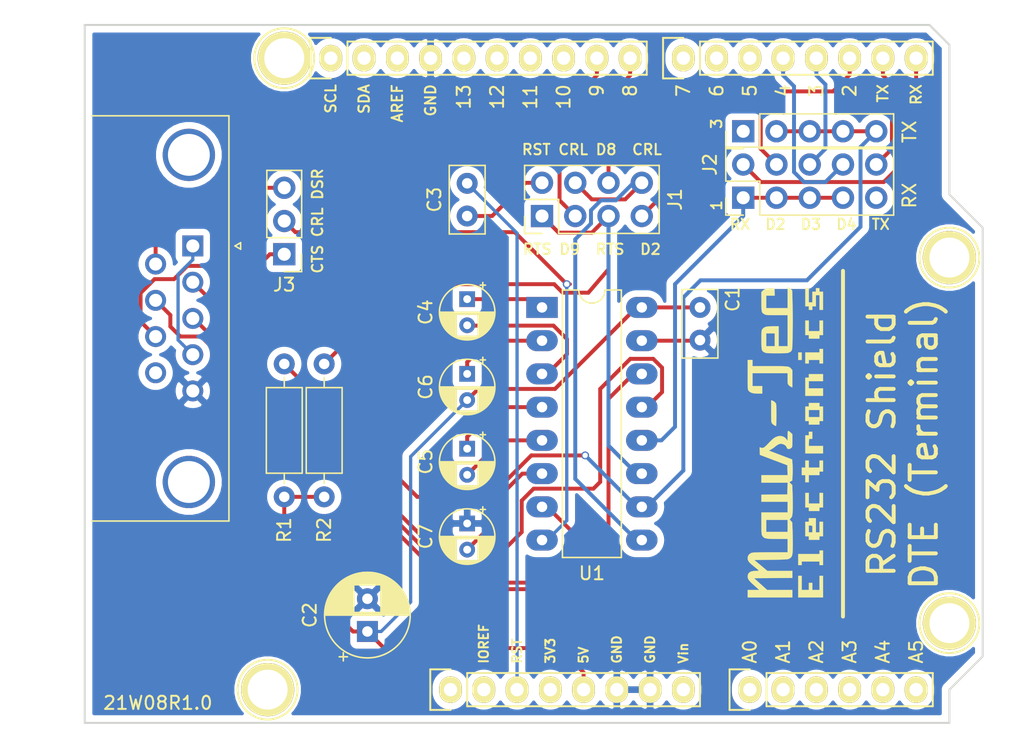
<source format=kicad_pcb>
(kicad_pcb (version 20171130) (host pcbnew "(5.1.4)-1")
  (title_block (date "lun. 30 mars 2015"))
  (layers (0 F.Cu signal) (31 B.Cu signal) (34 B.Paste user) (35 F.Paste user) (36 B.SilkS user) (37 F.SilkS user) (38 B.Mask user) (39 F.Mask user) (44 Edge.Cuts user))
  (net 0 "")
  (net 1 /IOREF)
  (net 2 +5V)
  (net 3 GND)
  (net 4 /Vin)
  (net 5 /A0)
  (net 6 /A1)
  (net 7 /A2)
  (net 8 /A3)
  (net 9 /AREF)
  (net 10 "/A4(SDA)")
  (net 11 "/A5(SCL)")
  (net 12 /7)
  (net 13 "/6(**)")
  (net 14 "/5(**)")
  (net 15 "Net-(P5-Pad1)")
  (net 16 "Net-(P7-Pad1)")
  (net 17 "/13(SCK)")
  (net 18 "/10(**/SS)")
  (net 19 "Net-(P1-Pad1)")
  (net 20 +3V3)
  (net 21 "/12(MISO)")
  (net 22 "/11(**/MOSI)")
  (net 23 RST)
  (net 24 "Net-(C3-Pad1)")
  (net 25 "Net-(C4-Pad2)")
  (net 26 "Net-(C4-Pad1)")
  (net 27 "Net-(C5-Pad2)")
  (net 28 "Net-(C5-Pad1)")
  (net 29 "Net-(C6-Pad1)")
  (net 30 "Net-(C7-Pad2)")
  (net 31 D2)
  (net 32 D9)
  (net 33 D8)
  (net 34 /DSR)
  (net 35 /CTS)
  (net 36 /TXD)
  (net 37 /RXD)
  (net 38 "Net-(J4-Pad1)")
  (net 39 TX)
  (net 40 RX)
  (net 41 /RTS)
  (net 42 "Net-(J4-Pad9)")
  (net 43 /UCTRL)
  (net 44 /URTS)
  (net 45 /CTRL)
  (net 46 "/A5(SCL)X")
  (net 47 "/A4(SDA)X")
  (net 48 URX)
  (net 49 D3)
  (net 50 D4)
  (net 51 "Net-(J2-Pad9)")
  (net 52 "Net-(J5-Pad1)")
  (net 53 UTX)
  (module Connector_PinHeader_2.54mm:PinHeader_2x05_P2.54mm_Vertical (layer F.Cu) (at 161.29 86.233 90)
    (fp_text reference J2 (at 2.54 -2.54 90) (layer F.SilkS))
    (fp_text value "RX Route")
    (pad 1 thru_hole rect (at 0 0 90) (size 1.7 1.7) (drill 1) (layers *.Cu *.Mask) (net 48 URX))
    (pad 2 thru_hole oval (at 2.54 0 90) (size 1.7 1.7) (drill 1) (layers *.Cu *.Mask) (net 40 RX))
    (pad 3 thru_hole oval (at 0 2.54 90) (size 1.7 1.7) (drill 1) (layers *.Cu *.Mask) (net 48 URX))
    (pad 4 thru_hole oval (at 2.54 2.54 90) (size 1.7 1.7) (drill 1) (layers *.Cu *.Mask) (net 31 D2))
    (pad 5 thru_hole oval (at 0 5.08 90) (size 1.7 1.7) (drill 1) (layers *.Cu *.Mask) (net 48 URX))
    (pad 6 thru_hole oval (at 2.54 5.08 90) (size 1.7 1.7) (drill 1) (layers *.Cu *.Mask) (net 49 D3))
    (pad 7 thru_hole oval (at 0 7.62 90) (size 1.7 1.7) (drill 1) (layers *.Cu *.Mask) (net 48 URX))
    (pad 8 thru_hole oval (at 2.54 7.62 90) (size 1.7 1.7) (drill 1) (layers *.Cu *.Mask) (net 50 D4))
    (pad 9 thru_hole oval (at 0 10.16 90) (size 1.7 1.7) (drill 1) (layers *.Cu *.Mask) (net 51 "Net-(J2-Pad9)"))
    (pad 10 thru_hole oval (at 2.54 10.16 90) (size 1.7 1.7) (drill 1) (layers *.Cu *.Mask) (net 39 TX))
  )
  (module Connector_PinHeader_2.54mm:PinHeader_1x05_P2.54mm_Vertical (layer F.Cu) (at 161.29 81.153 90)
    (fp_text reference J5 hide)
    (fp_text value "TX Route")
    (pad 1 thru_hole rect (at 0 0 90) (size 1.7 1.7) (drill 1) (layers *.Cu *.Mask) (net 52 "Net-(J5-Pad1)"))
    (pad 2 thru_hole oval (at 0 2.54 90) (size 1.7 1.7) (drill 1) (layers *.Cu *.Mask) (net 53 UTX))
    (pad 3 thru_hole oval (at 0 5.08 90) (size 1.7 1.7) (drill 1) (layers *.Cu *.Mask) (net 53 UTX))
    (pad 4 thru_hole oval (at 0 7.62 90) (size 1.7 1.7) (drill 1) (layers *.Cu *.Mask) (net 53 UTX))
    (pad 5 thru_hole oval (at 0 10.16 90) (size 1.7 1.7) (drill 1) (layers *.Cu *.Mask) (net 53 UTX))
  )
  (module Resistor_THT:R_Axial_DIN0207_L6.3mm_D2.5mm_P10.16mm_Horizontal (layer F.Cu) (at 126.238 109.093 90)
    (fp_text reference R1 (at -2.54 0 90) (layer F.SilkS))
    (fp_text value 10k)
    (pad 2 thru_hole oval (at 10.16 0 90) (size 1.6 1.6) (drill 0.8) (layers *.Cu *.Mask) (net 53 UTX))
    (pad 1 thru_hole circle (at 0 0 90) (size 1.6 1.6) (drill 0.8) (layers *.Cu *.Mask) (net 2 +5V))
  )
  (module Socket_Arduino_Uno:Arduino_1pin (layer F.Cu) (at 177.038 90.805)
    (fp_text reference P8 hide)
    (fp_text value CONN_01X01 hide)
    (pad 1 thru_hole circle (at 0 0) (size 4.064 4.064) (drill 3.048) (layers *.Cu *.Mask F.SilkS))
  )
  (module Socket_Arduino_Uno:Arduino_1pin (layer F.Cu) (at 177.038 118.745)
    (fp_text reference P6 hide)
    (fp_text value CONN_01X01 hide)
    (pad 1 thru_hole circle (at 0 0) (size 4.064 4.064) (drill 3.048) (layers *.Cu *.Mask F.SilkS))
  )
  (module Logos:MTLogo (layer F.Cu) (at 164.338 105.029 90)
    (fp_text reference G*** hide)
    (fp_text value LOGO hide)
  )
  (module Connector_PinHeader_2.54mm:PinHeader_2x04_P2.54mm_Vertical (layer F.Cu) (at 145.923 87.63 90)
    (fp_text reference J1 (at 1.27 10.16 90) (layer F.SilkS))
    (fp_text value "Ctrl Route")
    (pad 8 thru_hole oval (at 2.54 7.62 90) (size 1.7 1.7) (drill 1) (layers *.Cu *.Mask) (net 43 /UCTRL))
    (pad 7 thru_hole oval (at 0 7.62 90) (size 1.7 1.7) (drill 1) (layers *.Cu *.Mask) (net 31 D2))
    (pad 6 thru_hole oval (at 2.54 5.08 90) (size 1.7 1.7) (drill 1) (layers *.Cu *.Mask) (net 33 D8))
    (pad 5 thru_hole oval (at 0 5.08 90) (size 1.7 1.7) (drill 1) (layers *.Cu *.Mask) (net 44 /URTS))
    (pad 4 thru_hole oval (at 2.54 2.54 90) (size 1.7 1.7) (drill 1) (layers *.Cu *.Mask) (net 43 /UCTRL))
    (pad 3 thru_hole oval (at 0 2.54 90) (size 1.7 1.7) (drill 1) (layers *.Cu *.Mask) (net 32 D9))
    (pad 2 thru_hole oval (at 2.54 0 90) (size 1.7 1.7) (drill 1) (layers *.Cu *.Mask) (net 24 "Net-(C3-Pad1)"))
    (pad 1 thru_hole rect (at 0 0 90) (size 1.7 1.7) (drill 1) (layers *.Cu *.Mask) (net 44 /URTS))
  )
  (module Capacitor_THT:CP_Radial_D4.0mm_P2.00mm (layer F.Cu) (at 140.208 111.125 270)
    (fp_text reference C7 (at 1 3.175 90) (layer F.SilkS))
    (fp_text value 1u)
    (pad 2 thru_hole circle (at 2 0 270) (size 1.2 1.2) (drill 0.6) (layers *.Cu *.Mask) (net 30 "Net-(C7-Pad2)"))
    (pad 1 thru_hole rect (at 0 0 270) (size 1.2 1.2) (drill 0.6) (layers *.Cu *.Mask) (net 3 GND))
  )
  (module Capacitor_THT:CP_Radial_D4.0mm_P2.00mm (layer F.Cu) (at 140.208 99.695 270)
    (fp_text reference C6 (at 1 3.175 90) (layer F.SilkS))
    (fp_text value 1u)
    (pad 2 thru_hole circle (at 2 0 270) (size 1.2 1.2) (drill 0.6) (layers *.Cu *.Mask) (net 2 +5V))
    (pad 1 thru_hole rect (at 0 0 270) (size 1.2 1.2) (drill 0.6) (layers *.Cu *.Mask) (net 29 "Net-(C6-Pad1)"))
  )
  (module Capacitor_THT:CP_Radial_D4.0mm_P2.00mm (layer F.Cu) (at 140.208 105.41 270)
    (fp_text reference C5 (at 1 3.175 90) (layer F.SilkS))
    (fp_text value 1u)
    (pad 2 thru_hole circle (at 2 0 270) (size 1.2 1.2) (drill 0.6) (layers *.Cu *.Mask) (net 27 "Net-(C5-Pad2)"))
    (pad 1 thru_hole rect (at 0 0 270) (size 1.2 1.2) (drill 0.6) (layers *.Cu *.Mask) (net 28 "Net-(C5-Pad1)"))
  )
  (module Capacitor_THT:CP_Radial_D4.0mm_P2.00mm (layer F.Cu) (at 140.208 93.98 270)
    (fp_text reference C4 (at 1 3.175 90) (layer F.SilkS))
    (fp_text value 1u)
    (pad 2 thru_hole circle (at 2 0 270) (size 1.2 1.2) (drill 0.6) (layers *.Cu *.Mask) (net 25 "Net-(C4-Pad2)"))
    (pad 1 thru_hole rect (at 0 0 270) (size 1.2 1.2) (drill 0.6) (layers *.Cu *.Mask) (net 26 "Net-(C4-Pad1)"))
  )
  (module Capacitor_THT:C_Disc_D5.0mm_W2.5mm_P2.50mm (layer F.Cu) (at 140.208 87.63 90)
    (fp_text reference C3 (at 1.25 -2.5 90) (layer F.SilkS))
    (fp_text value 0.1u)
    (pad 2 thru_hole circle (at 2.5 0 90) (size 1.6 1.6) (drill 0.8) (layers *.Cu *.Mask) (net 23 RST))
    (pad 1 thru_hole circle (at 0 0 90) (size 1.6 1.6) (drill 0.8) (layers *.Cu *.Mask) (net 24 "Net-(C3-Pad1)"))
  )
  (module Capacitor_THT:C_Disc_D5.0mm_W2.5mm_P2.50mm (layer F.Cu) (at 157.988 94.615 270)
    (fp_text reference C1 (at -0.635 -2.5 90) (layer F.SilkS))
    (fp_text value 0.1u)
    (pad 2 thru_hole circle (at 2.5 0 270) (size 1.6 1.6) (drill 0.8) (layers *.Cu *.Mask) (net 3 GND))
    (pad 1 thru_hole circle (at 0 0 270) (size 1.6 1.6) (drill 0.8) (layers *.Cu *.Mask) (net 2 +5V))
  )
  (module Connector_Dsub:DSUB-9_Male_Horizontal_P2.77x2.84mm_EdgePinOffset4.94mm_Housed_MountingHolesOffset7.48mm (layer F.Cu) (at 119.253 89.916 270)
    (fp_text reference J4 hide)
    (fp_text value DB9_Male)
    (pad 0 thru_hole circle (at 18.04 0.3 270) (size 4 4) (drill 3.2) (layers *.Cu *.Mask))
    (pad 0 thru_hole circle (at -6.96 0.3 270) (size 4 4) (drill 3.2) (layers *.Cu *.Mask))
    (pad 9 thru_hole circle (at 9.695 2.84 270) (size 1.6 1.6) (drill 1) (layers *.Cu *.Mask) (net 42 "Net-(J4-Pad9)"))
    (pad 8 thru_hole circle (at 6.925 2.84 270) (size 1.6 1.6) (drill 1) (layers *.Cu *.Mask) (net 35 /CTS))
    (pad 7 thru_hole circle (at 4.155 2.84 270) (size 1.6 1.6) (drill 1) (layers *.Cu *.Mask) (net 41 /RTS))
    (pad 6 thru_hole circle (at 1.385 2.84 270) (size 1.6 1.6) (drill 1) (layers *.Cu *.Mask) (net 34 /DSR))
    (pad 5 thru_hole circle (at 11.08 0 270) (size 1.6 1.6) (drill 1) (layers *.Cu *.Mask) (net 3 GND))
    (pad 4 thru_hole circle (at 8.31 0 270) (size 1.6 1.6) (drill 1) (layers *.Cu *.Mask) (net 38 "Net-(J4-Pad1)"))
    (pad 3 thru_hole circle (at 5.54 0 270) (size 1.6 1.6) (drill 1) (layers *.Cu *.Mask) (net 36 /TXD))
    (pad 2 thru_hole circle (at 2.77 0 270) (size 1.6 1.6) (drill 1) (layers *.Cu *.Mask) (net 37 /RXD))
    (pad 1 thru_hole rect (at 0 0 270) (size 1.6 1.6) (drill 1) (layers *.Cu *.Mask) (net 38 "Net-(J4-Pad1)"))
  )
  (module Package_DIP:DIP-16_W7.62mm_LongPads (layer F.Cu) (at 145.923 94.615)
    (fp_text reference U1 (at 3.81 20.32) (layer F.SilkS))
    (fp_text value MAX232)
    (pad 16 thru_hole oval (at 7.62 0) (size 2.4 1.6) (drill 0.8) (layers *.Cu *.Mask) (net 2 +5V))
    (pad 8 thru_hole oval (at 0 17.78) (size 2.4 1.6) (drill 0.8) (layers *.Cu *.Mask) (net 45 /CTRL))
    (pad 15 thru_hole oval (at 7.62 2.54) (size 2.4 1.6) (drill 0.8) (layers *.Cu *.Mask) (net 3 GND))
    (pad 7 thru_hole oval (at 0 15.24) (size 2.4 1.6) (drill 0.8) (layers *.Cu *.Mask) (net 36 /TXD))
    (pad 14 thru_hole oval (at 7.62 5.08) (size 2.4 1.6) (drill 0.8) (layers *.Cu *.Mask) (net 41 /RTS))
    (pad 6 thru_hole oval (at 0 12.7) (size 2.4 1.6) (drill 0.8) (layers *.Cu *.Mask) (net 30 "Net-(C7-Pad2)"))
    (pad 13 thru_hole oval (at 7.62 7.62) (size 2.4 1.6) (drill 0.8) (layers *.Cu *.Mask) (net 37 /RXD))
    (pad 5 thru_hole oval (at 0 10.16) (size 2.4 1.6) (drill 0.8) (layers *.Cu *.Mask) (net 27 "Net-(C5-Pad2)"))
    (pad 12 thru_hole oval (at 7.62 10.16) (size 2.4 1.6) (drill 0.8) (layers *.Cu *.Mask) (net 48 URX))
    (pad 4 thru_hole oval (at 0 7.62) (size 2.4 1.6) (drill 0.8) (layers *.Cu *.Mask) (net 28 "Net-(C5-Pad1)"))
    (pad 11 thru_hole oval (at 7.62 12.7) (size 2.4 1.6) (drill 0.8) (layers *.Cu *.Mask) (net 44 /URTS))
    (pad 3 thru_hole oval (at 0 5.08) (size 2.4 1.6) (drill 0.8) (layers *.Cu *.Mask) (net 25 "Net-(C4-Pad2)"))
    (pad 10 thru_hole oval (at 7.62 15.24) (size 2.4 1.6) (drill 0.8) (layers *.Cu *.Mask) (net 53 UTX))
    (pad 2 thru_hole oval (at 0 2.54) (size 2.4 1.6) (drill 0.8) (layers *.Cu *.Mask) (net 29 "Net-(C6-Pad1)"))
    (pad 9 thru_hole oval (at 7.62 17.78) (size 2.4 1.6) (drill 0.8) (layers *.Cu *.Mask) (net 43 /UCTRL))
    (pad 1 thru_hole rect (at 0 0) (size 2.4 1.6) (drill 0.8) (layers *.Cu *.Mask) (net 26 "Net-(C4-Pad1)"))
  )
  (module Resistor_THT:R_Axial_DIN0207_L6.3mm_D2.5mm_P10.16mm_Horizontal (layer F.Cu) (at 129.286 109.093 90)
    (fp_text reference R2 (at -2.54 0 90) (layer F.SilkS))
    (fp_text value 10k)
    (pad 2 thru_hole oval (at 10.16 0 90) (size 1.6 1.6) (drill 0.8) (layers *.Cu *.Mask) (net 44 /URTS))
    (pad 1 thru_hole circle (at 0 0 90) (size 1.6 1.6) (drill 0.8) (layers *.Cu *.Mask) (net 2 +5V))
  )
  (module Connector_PinHeader_2.54mm:PinHeader_1x03_P2.54mm_Vertical (layer F.Cu) (at 126.238 90.551 180)
    (fp_text reference J3 (at 0 -2.33) (layer F.SilkS))
    (fp_text value DSR/CTS)
    (pad 3 thru_hole oval (at 0 5.08 180) (size 1.7 1.7) (drill 1) (layers *.Cu *.Mask) (net 34 /DSR))
    (pad 2 thru_hole oval (at 0 2.54 180) (size 1.7 1.7) (drill 1) (layers *.Cu *.Mask) (net 45 /CTRL))
    (pad 1 thru_hole rect (at 0 0 180) (size 1.7 1.7) (drill 1) (layers *.Cu *.Mask) (net 35 /CTS))
  )
  (module Capacitor_THT:CP_Radial_D6.3mm_P2.50mm (layer F.Cu) (at 132.588 119.38 90)
    (fp_text reference C2 (at 1.25 -4.4 90) (layer F.SilkS))
    (fp_text value 10u)
    (pad 2 thru_hole circle (at 2.5 0 90) (size 1.6 1.6) (drill 0.8) (layers *.Cu *.Mask) (net 3 GND))
    (pad 1 thru_hole rect (at 0 0 90) (size 1.6 1.6) (drill 0.8) (layers *.Cu *.Mask) (net 2 +5V))
  )
  (module Socket_Arduino_Uno:Socket_Strip_Arduino_1x08 (layer F.Cu) (at 138.938 123.825)
    (fp_text reference P1 hide)
    (fp_text value Power)
    (pad 1 thru_hole oval (at 0 0) (size 1.7272 2.032) (drill 1.016) (layers *.Cu *.Mask F.SilkS) (net 19 "Net-(P1-Pad1)"))
    (pad 2 thru_hole oval (at 2.54 0) (size 1.7272 2.032) (drill 1.016) (layers *.Cu *.Mask F.SilkS) (net 1 /IOREF))
    (pad 3 thru_hole oval (at 5.08 0) (size 1.7272 2.032) (drill 1.016) (layers *.Cu *.Mask F.SilkS) (net 23 RST))
    (pad 4 thru_hole oval (at 7.62 0) (size 1.7272 2.032) (drill 1.016) (layers *.Cu *.Mask F.SilkS) (net 20 +3V3))
    (pad 5 thru_hole oval (at 10.16 0) (size 1.7272 2.032) (drill 1.016) (layers *.Cu *.Mask F.SilkS) (net 2 +5V))
    (pad 6 thru_hole oval (at 12.7 0) (size 1.7272 2.032) (drill 1.016) (layers *.Cu *.Mask F.SilkS) (net 3 GND))
    (pad 7 thru_hole oval (at 15.24 0) (size 1.7272 2.032) (drill 1.016) (layers *.Cu *.Mask F.SilkS) (net 3 GND))
    (pad 8 thru_hole oval (at 17.78 0) (size 1.7272 2.032) (drill 1.016) (layers *.Cu *.Mask F.SilkS) (net 4 /Vin))
  )
  (module Socket_Arduino_Uno:Socket_Strip_Arduino_1x06 (layer F.Cu) (at 161.798 123.825)
    (fp_text reference P2 hide)
    (fp_text value Analog)
    (pad 1 thru_hole oval (at 0 0) (size 1.7272 2.032) (drill 1.016) (layers *.Cu *.Mask F.SilkS) (net 5 /A0))
    (pad 2 thru_hole oval (at 2.54 0) (size 1.7272 2.032) (drill 1.016) (layers *.Cu *.Mask F.SilkS) (net 6 /A1))
    (pad 3 thru_hole oval (at 5.08 0) (size 1.7272 2.032) (drill 1.016) (layers *.Cu *.Mask F.SilkS) (net 7 /A2))
    (pad 4 thru_hole oval (at 7.62 0) (size 1.7272 2.032) (drill 1.016) (layers *.Cu *.Mask F.SilkS) (net 8 /A3))
    (pad 5 thru_hole oval (at 10.16 0) (size 1.7272 2.032) (drill 1.016) (layers *.Cu *.Mask F.SilkS) (net 10 "/A4(SDA)"))
    (pad 6 thru_hole oval (at 12.7 0) (size 1.7272 2.032) (drill 1.016) (layers *.Cu *.Mask F.SilkS) (net 11 "/A5(SCL)"))
  )
  (module Socket_Arduino_Uno:Socket_Strip_Arduino_1x10 (layer F.Cu) (at 129.794 75.565)
    (fp_text reference P3 hide)
    (fp_text value Digital)
    (pad 1 thru_hole oval (at 0 0) (size 1.7272 2.032) (drill 1.016) (layers *.Cu *.Mask F.SilkS) (net 46 "/A5(SCL)X"))
    (pad 2 thru_hole oval (at 2.54 0) (size 1.7272 2.032) (drill 1.016) (layers *.Cu *.Mask F.SilkS) (net 47 "/A4(SDA)X"))
    (pad 3 thru_hole oval (at 5.08 0) (size 1.7272 2.032) (drill 1.016) (layers *.Cu *.Mask F.SilkS) (net 9 /AREF))
    (pad 4 thru_hole oval (at 7.62 0) (size 1.7272 2.032) (drill 1.016) (layers *.Cu *.Mask F.SilkS) (net 3 GND))
    (pad 5 thru_hole oval (at 10.16 0) (size 1.7272 2.032) (drill 1.016) (layers *.Cu *.Mask F.SilkS) (net 17 "/13(SCK)"))
    (pad 6 thru_hole oval (at 12.7 0) (size 1.7272 2.032) (drill 1.016) (layers *.Cu *.Mask F.SilkS) (net 21 "/12(MISO)"))
    (pad 7 thru_hole oval (at 15.24 0) (size 1.7272 2.032) (drill 1.016) (layers *.Cu *.Mask F.SilkS) (net 22 "/11(**/MOSI)"))
    (pad 8 thru_hole oval (at 17.78 0) (size 1.7272 2.032) (drill 1.016) (layers *.Cu *.Mask F.SilkS) (net 18 "/10(**/SS)"))
    (pad 9 thru_hole oval (at 20.32 0) (size 1.7272 2.032) (drill 1.016) (layers *.Cu *.Mask F.SilkS) (net 32 D9))
    (pad 10 thru_hole oval (at 22.86 0) (size 1.7272 2.032) (drill 1.016) (layers *.Cu *.Mask F.SilkS) (net 33 D8))
  )
  (module Socket_Arduino_Uno:Socket_Strip_Arduino_1x08 (layer F.Cu) (at 156.718 75.565)
    (fp_text reference P4 hide)
    (fp_text value Digital)
    (pad 1 thru_hole oval (at 0 0) (size 1.7272 2.032) (drill 1.016) (layers *.Cu *.Mask F.SilkS) (net 12 /7))
    (pad 2 thru_hole oval (at 2.54 0) (size 1.7272 2.032) (drill 1.016) (layers *.Cu *.Mask F.SilkS) (net 13 "/6(**)"))
    (pad 3 thru_hole oval (at 5.08 0) (size 1.7272 2.032) (drill 1.016) (layers *.Cu *.Mask F.SilkS) (net 14 "/5(**)"))
    (pad 4 thru_hole oval (at 7.62 0) (size 1.7272 2.032) (drill 1.016) (layers *.Cu *.Mask F.SilkS) (net 50 D4))
    (pad 5 thru_hole oval (at 10.16 0) (size 1.7272 2.032) (drill 1.016) (layers *.Cu *.Mask F.SilkS) (net 49 D3))
    (pad 6 thru_hole oval (at 12.7 0) (size 1.7272 2.032) (drill 1.016) (layers *.Cu *.Mask F.SilkS) (net 31 D2))
    (pad 7 thru_hole oval (at 15.24 0) (size 1.7272 2.032) (drill 1.016) (layers *.Cu *.Mask F.SilkS) (net 39 TX))
    (pad 8 thru_hole oval (at 17.78 0) (size 1.7272 2.032) (drill 1.016) (layers *.Cu *.Mask F.SilkS) (net 40 RX))
  )
  (module Socket_Arduino_Uno:Arduino_1pin (layer F.Cu) (at 124.968 123.825)
    (fp_text reference P5 hide)
    (fp_text value CONN_01X01 hide)
    (pad 1 thru_hole circle (at 0 0) (size 4.064 4.064) (drill 3.048) (layers *.Cu *.Mask F.SilkS) (net 15 "Net-(P5-Pad1)"))
  )
  (module Socket_Arduino_Uno:Arduino_1pin (layer F.Cu) (at 126.238 75.565)
    (fp_text reference P7 hide)
    (fp_text value CONN_01X01 hide)
    (pad 1 thru_hole circle (at 0 0) (size 4.064 4.064) (drill 3.048) (layers *.Cu *.Mask F.SilkS) (net 16 "Net-(P7-Pad1)"))
  )
  (gr_text A5 (at 174.498 121.92 90) (layer F.SilkS) (effects (font (size 1 1)) (justify left)))
  (gr_text A3 (at 169.418 121.92 90) (layer F.SilkS) (effects (font (size 1 1)) (justify left)))
  (gr_text A4 (at 171.958 121.92 90) (layer F.SilkS) (effects (font (size 1 1)) (justify left)))
  (gr_text "1         3" (at 159.258 83.693 90) (layer F.SilkS) (effects (font (size 0.8 0.8))))
  (gr_text "RX    TX" (at 173.99 83.693 90) (layer F.SilkS) (effects (font (size 1 1))))
  (gr_text "RX  D2  D3  D4  TX" (at 166.37 88.265) (layer F.SilkS) (effects (font (size 0.8 0.78))))
  (gr_text 21W08R1.0 (at 116.586 124.841) (layer F.SilkS) (effects (font (size 1 1))))
  (gr_text 10 (at 147.574 77.47 90) (layer F.SilkS) (effects (font (size 1 1)) (justify right)))
  (gr_text TX (at 171.958 77.47 90) (layer F.SilkS) (effects (font (size 0.8 0.8)) (justify right)))
  (gr_text RX (at 174.498 77.47 90) (layer F.SilkS) (effects (font (size 0.8 0.8)) (justify right)))
  (gr_text A0 (at 161.798 121.92 90) (layer F.SilkS) (effects (font (size 1 1)) (justify left)))
  (gr_text 11 (at 145.034 77.47 90) (layer F.SilkS) (effects (font (size 1 1)) (justify right)))
  (gr_text Vin (at 156.718 121.92 90) (layer F.SilkS) (effects (font (size 0.7 0.7)) (justify left)))
  (gr_text 12 (at 142.494 77.47 90) (layer F.SilkS) (effects (font (size 1 1)) (justify right)))
  (gr_text A1 (at 164.338 121.92 90) (layer F.SilkS) (effects (font (size 1 1)) (justify left)))
  (gr_text 7 (at 156.718 77.47 90) (layer F.SilkS) (effects (font (size 1 1)) (justify right)))
  (gr_text 6 (at 159.258 77.47 90) (layer F.SilkS) (effects (font (size 1 1)) (justify right)))
  (gr_text 5V (at 149.098 121.92 90) (layer F.SilkS) (effects (font (size 0.7 0.7)) (justify left)))
  (gr_text 4 (at 164.338 77.47 90) (layer F.SilkS) (effects (font (size 1 1)) (justify right)))
  (gr_text 2 (at 169.418 77.47 90) (layer F.SilkS) (effects (font (size 1 1)) (justify right)))
  (gr_text 8 (at 152.654 77.47 90) (layer F.SilkS) (effects (font (size 1 1)) (justify right)))
  (gr_text 3V3 (at 146.558 121.92 90) (layer F.SilkS) (effects (font (size 0.7 0.7)) (justify left)))
  (gr_text SCL (at 129.794 77.47 90) (layer F.SilkS) (effects (font (size 0.8 0.8)) (justify right)))
  (gr_text GND (at 137.414 77.47 90) (layer F.SilkS) (effects (font (size 0.8 0.8)) (justify right)))
  (gr_text A2 (at 166.878 121.92 90) (layer F.SilkS) (effects (font (size 1 1)) (justify left)))
  (gr_text 3 (at 166.878 77.47 90) (layer F.SilkS) (effects (font (size 1 1)) (justify right)))
  (gr_text 13 (at 139.954 77.47 90) (layer F.SilkS) (effects (font (size 1 1)) (justify right)))
  (gr_text 5 (at 161.798 77.47 90) (layer F.SilkS) (effects (font (size 1 1)) (justify right)))
  (gr_text 9 (at 150.114 77.47 90) (layer F.SilkS) (effects (font (size 1 1)) (justify right)))
  (gr_text RST (at 144.018 121.92 90) (layer F.SilkS) (effects (font (size 0.7 0.7)) (justify left)))
  (gr_text AREF (at 134.874 77.47 90) (layer F.SilkS) (effects (font (size 0.8 0.8)) (justify right)))
  (gr_text SDA (at 132.334 77.47 90) (layer F.SilkS) (effects (font (size 0.8 0.8)) (justify right)))
  (gr_text GND (at 154.178 121.92 90) (layer F.SilkS) (effects (font (size 0.7 0.7)) (justify left)))
  (gr_text GND (at 151.638 121.92 90) (layer F.SilkS) (effects (font (size 0.7 0.7)) (justify left)))
  (gr_text IOREF (at 141.478 121.92 90) (layer F.SilkS) (effects (font (size 0.7 0.7)) (justify left)))
  (gr_line (start 168.91 91.821) (end 168.91 118.237) (layer F.SilkS) (width 0.3))
  (gr_text "RS232 Shield\nDTE (Terminal)" (at 173.482 105.029 90) (layer F.SilkS) (effects (font (size 2 2) (thickness 0.3))))
  (gr_text "RTS D9  RTS  D2" (at 149.733 90.17) (layer F.SilkS) (effects (font (size 0.8 0.8))))
  (gr_text "CTS CRL DSR" (at 128.778 88.011 90) (layer F.SilkS) (effects (font (size 0.8 0.8))))
  (gr_text "RST CRL D8  CRL" (at 149.733 82.55) (layer F.SilkS) (effects (font (size 0.8 0.8))))
  (gr_line (start 177.038 74.549) (end 175.514 73.025) (angle 90) (layer Edge.Cuts) (width 0.15))
  (gr_line (start 177.038 85.979) (end 177.038 74.549) (angle 90) (layer Edge.Cuts) (width 0.15))
  (gr_line (start 179.578 88.519) (end 177.038 85.979) (angle 90) (layer Edge.Cuts) (width 0.15))
  (gr_line (start 179.578 121.285) (end 179.578 88.519) (angle 90) (layer Edge.Cuts) (width 0.15))
  (gr_line (start 177.038 123.825) (end 179.578 121.285) (angle 90) (layer Edge.Cuts) (width 0.15))
  (gr_line (start 177.038 126.365) (end 177.038 123.825) (angle 90) (layer Edge.Cuts) (width 0.15))
  (gr_line (start 110.998 126.365) (end 177.038 126.365) (angle 90) (layer Edge.Cuts) (width 0.15))
  (gr_line (start 110.998 73.025) (end 110.998 126.365) (angle 90) (layer Edge.Cuts) (width 0.15))
  (gr_line (start 175.514 73.025) (end 110.998 73.025) (angle 90) (layer Edge.Cuts) (width 0.15))
  (segment (start 133.858 120.65) (end 132.588 119.38) (width 0.3) (layer F.Cu) (net 2))
  (segment (start 147.239 120.65) (end 133.858 120.65) (width 0.3) (layer F.Cu) (net 2))
  (segment (start 149.098 123.825) (end 149.098 122.509) (width 0.3) (layer F.Cu) (net 2))
  (segment (start 149.098 122.509) (end 147.239 120.65) (width 0.3) (layer F.Cu) (net 2))
  (segment (start 153.143 94.615) (end 153.543 94.615) (width 0.3) (layer F.Cu) (net 2))
  (segment (start 146.91299 100.84501) (end 153.143 94.615) (width 0.3) (layer F.Cu) (net 2))
  (segment (start 141.05799 100.84501) (end 146.91299 100.84501) (width 0.3) (layer F.Cu) (net 2))
  (segment (start 140.208 101.695) (end 141.05799 100.84501) (width 0.3) (layer F.Cu) (net 2))
  (segment (start 153.543 94.615) (end 157.988 94.615) (width 0.3) (layer F.Cu) (net 2))
  (segment (start 133.638 119.38) (end 132.588 119.38) (width 0.25) (layer B.Cu) (net 2))
  (segment (start 135.89 117.128) (end 133.638 119.38) (width 0.25) (layer B.Cu) (net 2))
  (segment (start 135.89 106.013) (end 135.89 117.128) (width 0.25) (layer B.Cu) (net 2))
  (segment (start 140.208 101.695) (end 135.89 106.013) (width 0.25) (layer B.Cu) (net 2))
  (segment (start 126.238 109.093) (end 129.286 109.093) (width 0.3) (layer F.Cu) (net 2))
  (segment (start 131.488 119.38) (end 132.588 119.38) (width 0.3) (layer F.Cu) (net 2))
  (segment (start 126.238 114.13) (end 131.488 119.38) (width 0.3) (layer F.Cu) (net 2))
  (segment (start 126.238 109.093) (end 126.238 114.13) (width 0.3) (layer F.Cu) (net 2))
  (segment (start 157.948 97.155) (end 157.988 97.115) (width 0.3) (layer F.Cu) (net 3))
  (segment (start 153.543 97.155) (end 157.948 97.155) (width 0.3) (layer F.Cu) (net 3))
  (segment (start 144.018 88.94) (end 144.018 123.825) (width 0.25) (layer B.Cu) (net 23))
  (segment (start 140.208 85.13) (end 144.018 88.94) (width 0.25) (layer B.Cu) (net 23))
  (segment (start 145.923 85.09) (end 144.653 85.09) (width 0.3) (layer F.Cu) (net 24))
  (segment (start 142.113 87.63) (end 140.208 87.63) (width 0.3) (layer F.Cu) (net 24))
  (segment (start 144.653 85.09) (end 142.113 87.63) (width 0.3) (layer F.Cu) (net 24))
  (segment (start 146.799349 96.00499) (end 147.828 97.033641) (width 0.3) (layer F.Cu) (net 25))
  (segment (start 140.208 95.98) (end 140.23299 96.00499) (width 0.3) (layer F.Cu) (net 25))
  (segment (start 140.23299 96.00499) (end 146.799349 96.00499) (width 0.3) (layer F.Cu) (net 25))
  (segment (start 146.323 99.695) (end 145.923 99.695) (width 0.3) (layer F.Cu) (net 25))
  (segment (start 147.828 98.19) (end 146.323 99.695) (width 0.3) (layer F.Cu) (net 25))
  (segment (start 147.828 97.033641) (end 147.828 98.19) (width 0.3) (layer F.Cu) (net 25))
  (segment (start 145.288 93.98) (end 145.923 94.615) (width 0.3) (layer F.Cu) (net 26))
  (segment (start 140.208 93.98) (end 145.288 93.98) (width 0.3) (layer F.Cu) (net 26))
  (segment (start 142.843 104.775) (end 140.208 107.41) (width 0.3) (layer F.Cu) (net 27))
  (segment (start 145.923 104.775) (end 142.843 104.775) (width 0.3) (layer F.Cu) (net 27))
  (segment (start 140.208 104.51) (end 140.208 105.41) (width 0.3) (layer F.Cu) (net 28))
  (segment (start 142.483 102.235) (end 140.208 104.51) (width 0.3) (layer F.Cu) (net 28))
  (segment (start 145.923 102.235) (end 142.483 102.235) (width 0.3) (layer F.Cu) (net 28))
  (segment (start 140.208 98.795) (end 140.208 99.695) (width 0.3) (layer F.Cu) (net 29))
  (segment (start 141.848 97.155) (end 140.208 98.795) (width 0.3) (layer F.Cu) (net 29))
  (segment (start 145.923 97.155) (end 141.848 97.155) (width 0.3) (layer F.Cu) (net 29))
  (segment (start 144.423 107.315) (end 142.113 109.625) (width 0.3) (layer F.Cu) (net 30))
  (segment (start 145.923 107.315) (end 144.423 107.315) (width 0.3) (layer F.Cu) (net 30))
  (segment (start 142.113 111.22) (end 140.208 113.125) (width 0.3) (layer F.Cu) (net 30))
  (segment (start 142.113 109.625) (end 142.113 111.22) (width 0.3) (layer F.Cu) (net 30))
  (segment (start 162.445998 78.105) (end 162.306 78.105) (width 0.3) (layer F.Cu) (net 31))
  (segment (start 162.629999 78.289001) (end 162.445998 78.105) (width 0.3) (layer F.Cu) (net 31))
  (segment (start 162.629999 82.492999) (end 162.629999 78.289001) (width 0.3) (layer F.Cu) (net 31))
  (segment (start 162.306 78.105) (end 157.988 78.105) (width 0.3) (layer F.Cu) (net 31))
  (segment (start 162.629999 78.289001) (end 162.814 78.105) (width 0.3) (layer F.Cu) (net 31))
  (segment (start 168.148 78.105) (end 162.814 78.105) (width 0.3) (layer F.Cu) (net 31))
  (segment (start 162.814 78.105) (end 162.306 78.105) (width 0.3) (layer F.Cu) (net 31))
  (segment (start 169.418 76.835) (end 168.148 78.105) (width 0.3) (layer F.Cu) (net 31))
  (segment (start 163.83 83.693) (end 162.629999 82.492999) (width 0.3) (layer F.Cu) (net 31))
  (segment (start 157.988 78.105) (end 156.083 80.01) (width 0.3) (layer F.Cu) (net 31))
  (segment (start 156.083 85.09) (end 153.543 87.63) (width 0.3) (layer F.Cu) (net 31))
  (segment (start 156.083 80.01) (end 156.083 85.09) (width 0.3) (layer F.Cu) (net 31))
  (segment (start 169.418 76.835) (end 169.418 75.565) (width 0.3) (layer F.Cu) (net 31))
  (segment (start 147.613001 86.780001) (end 148.463 87.63) (width 0.3) (layer F.Cu) (net 32))
  (segment (start 147.262999 86.429999) (end 147.613001 86.780001) (width 0.3) (layer F.Cu) (net 32))
  (segment (start 147.262999 79.732001) (end 147.262999 86.429999) (width 0.3) (layer F.Cu) (net 32))
  (segment (start 150.114 76.881) (end 147.262999 79.732001) (width 0.3) (layer F.Cu) (net 32))
  (segment (start 150.114 75.565) (end 150.114 76.881) (width 0.3) (layer F.Cu) (net 32))
  (segment (start 152.654 76.881) (end 151.003 78.532) (width 0.3) (layer F.Cu) (net 33))
  (segment (start 152.654 75.565) (end 152.654 76.881) (width 0.3) (layer F.Cu) (net 33))
  (segment (start 151.003 78.532) (end 151.003 85.09) (width 0.3) (layer F.Cu) (net 33))
  (segment (start 116.413 91.301) (end 116.413 89.962) (width 0.3) (layer F.Cu) (net 34))
  (segment (start 120.904 85.471) (end 126.238 85.471) (width 0.3) (layer F.Cu) (net 34))
  (segment (start 116.413 89.962) (end 120.904 85.471) (width 0.3) (layer F.Cu) (net 34))
  (segment (start 125.138 90.551) (end 126.238 90.551) (width 0.3) (layer F.Cu) (net 35))
  (segment (start 124.249 91.44) (end 125.138 90.551) (width 0.3) (layer F.Cu) (net 35))
  (segment (start 115.262999 95.690999) (end 115.262999 93.518999) (width 0.3) (layer F.Cu) (net 35))
  (segment (start 116.413 96.841) (end 115.262999 95.690999) (width 0.3) (layer F.Cu) (net 35))
  (segment (start 115.262999 93.518999) (end 116.330997 92.451001) (width 0.3) (layer F.Cu) (net 35))
  (segment (start 116.330997 92.451001) (end 117.822997 92.451001) (width 0.3) (layer F.Cu) (net 35))
  (segment (start 117.822997 92.451001) (end 118.833998 91.44) (width 0.3) (layer F.Cu) (net 35))
  (segment (start 118.833998 91.44) (end 124.249 91.44) (width 0.3) (layer F.Cu) (net 35))
  (segment (start 146.323 109.855) (end 145.923 109.855) (width 0.25) (layer F.Cu) (net 36))
  (segment (start 148.59 112.122) (end 146.323 109.855) (width 0.3) (layer F.Cu) (net 36))
  (segment (start 148.59 114.102288) (end 148.59 112.122) (width 0.3) (layer F.Cu) (net 36))
  (segment (start 147.04529 115.646998) (end 148.59 114.102288) (width 0.3) (layer F.Cu) (net 36))
  (segment (start 139.51471 115.646998) (end 147.04529 115.646998) (width 0.3) (layer F.Cu) (net 36))
  (segment (start 119.253 95.456) (end 119.323712 95.456) (width 0.3) (layer F.Cu) (net 36))
  (segment (start 119.323712 95.456) (end 139.51471 115.646998) (width 0.3) (layer F.Cu) (net 36))
  (segment (start 153.943 102.235) (end 153.543 102.235) (width 0.25) (layer F.Cu) (net 37))
  (segment (start 155.09301 101.08499) (end 153.943 102.235) (width 0.3) (layer F.Cu) (net 37))
  (segment (start 155.09301 99.218651) (end 155.09301 101.08499) (width 0.3) (layer F.Cu) (net 37))
  (segment (start 154.419349 98.54499) (end 155.09301 99.218651) (width 0.3) (layer F.Cu) (net 37))
  (segment (start 150.368 100.843641) (end 152.666651 98.54499) (width 0.3) (layer F.Cu) (net 37))
  (segment (start 150.368 107.95) (end 150.368 100.843641) (width 0.3) (layer F.Cu) (net 37))
  (segment (start 149.85299 108.46501) (end 150.368 107.95) (width 0.3) (layer F.Cu) (net 37))
  (segment (start 145.286631 108.46501) (end 149.85299 108.46501) (width 0.3) (layer F.Cu) (net 37))
  (segment (start 144.37299 109.378651) (end 145.286631 108.46501) (width 0.3) (layer F.Cu) (net 37))
  (segment (start 119.253 92.686) (end 121.158 94.591) (width 0.3) (layer F.Cu) (net 37))
  (segment (start 121.158 96.52) (end 139.738795 115.100795) (width 0.3) (layer F.Cu) (net 37))
  (segment (start 139.738795 115.100795) (end 141.058205 115.100795) (width 0.3) (layer F.Cu) (net 37))
  (segment (start 141.058205 115.100795) (end 144.37299 111.78601) (width 0.3) (layer F.Cu) (net 37))
  (segment (start 152.666651 98.54499) (end 154.419349 98.54499) (width 0.3) (layer F.Cu) (net 37))
  (segment (start 121.158 94.591) (end 121.158 96.52) (width 0.3) (layer F.Cu) (net 37))
  (segment (start 144.37299 111.78601) (end 144.37299 109.378651) (width 0.3) (layer F.Cu) (net 37))
  (segment (start 119.253 89.916) (end 119.253 90.17) (width 0.25) (layer B.Cu) (net 38))
  (segment (start 118.453001 97.426001) (end 119.253 98.226) (width 0.25) (layer B.Cu) (net 38))
  (segment (start 118.127999 97.100999) (end 118.453001 97.426001) (width 0.25) (layer B.Cu) (net 38))
  (segment (start 118.127999 92.091001) (end 118.127999 97.100999) (width 0.25) (layer B.Cu) (net 38))
  (segment (start 119.253 90.966) (end 118.127999 92.091001) (width 0.25) (layer B.Cu) (net 38))
  (segment (start 119.253 89.916) (end 119.253 90.966) (width 0.25) (layer B.Cu) (net 38))
  (segment (start 171.958 76.881) (end 171.958 75.565) (width 0.3) (layer F.Cu) (net 39))
  (segment (start 172.650001 77.573001) (end 171.958 76.881) (width 0.3) (layer F.Cu) (net 39))
  (segment (start 171.45 83.693) (end 172.650001 82.492999) (width 0.3) (layer F.Cu) (net 39))
  (segment (start 172.650001 82.492999) (end 172.650001 77.573001) (width 0.3) (layer F.Cu) (net 39))
  (segment (start 174.498 82.561) (end 172.026001 85.032999) (width 0.3) (layer F.Cu) (net 40))
  (segment (start 162.629999 85.032999) (end 162.139999 84.542999) (width 0.3) (layer F.Cu) (net 40))
  (segment (start 174.498 75.565) (end 174.498 82.561) (width 0.3) (layer F.Cu) (net 40))
  (segment (start 172.026001 85.032999) (end 162.629999 85.032999) (width 0.3) (layer F.Cu) (net 40))
  (segment (start 162.139999 84.542999) (end 161.29 83.693) (width 0.3) (layer F.Cu) (net 40))
  (segment (start 174.498 75.7174) (end 174.498 75.565) (width 0.3) (layer B.Cu) (net 40))
  (segment (start 153.143 99.695) (end 153.543 99.695) (width 0.25) (layer F.Cu) (net 41))
  (segment (start 151.003 114.3) (end 151.003 101.6) (width 0.3) (layer F.Cu) (net 41))
  (segment (start 149.155991 116.147009) (end 151.003 114.3) (width 0.3) (layer F.Cu) (net 41))
  (segment (start 152.908 99.695) (end 153.543 99.695) (width 0.3) (layer F.Cu) (net 41))
  (segment (start 117.538001 95.196001) (end 117.538001 96.075001) (width 0.3) (layer F.Cu) (net 41))
  (segment (start 116.413 94.071) (end 117.538001 95.196001) (width 0.3) (layer F.Cu) (net 41))
  (segment (start 151.003 101.6) (end 152.908 99.695) (width 0.3) (layer F.Cu) (net 41))
  (segment (start 118.3005 96.8375) (end 119.888 96.8375) (width 0.3) (layer F.Cu) (net 41))
  (segment (start 117.538001 96.075001) (end 118.3005 96.8375) (width 0.3) (layer F.Cu) (net 41))
  (segment (start 119.888 96.8375) (end 139.197509 116.147009) (width 0.3) (layer F.Cu) (net 41))
  (segment (start 139.197509 116.147009) (end 149.155991 116.147009) (width 0.3) (layer F.Cu) (net 41))
  (segment (start 149.312999 85.939999) (end 148.463 85.09) (width 0.3) (layer F.Cu) (net 43))
  (segment (start 149.733 86.36) (end 149.312999 85.939999) (width 0.3) (layer F.Cu) (net 43))
  (segment (start 152.273 86.36) (end 149.733 86.36) (width 0.3) (layer F.Cu) (net 43))
  (segment (start 153.543 85.09) (end 152.273 86.36) (width 0.3) (layer F.Cu) (net 43))
  (segment (start 153.143 112.395) (end 153.543 112.395) (width 0.3) (layer B.Cu) (net 43))
  (segment (start 148.463 89.406002) (end 148.463 107.715) (width 0.3) (layer B.Cu) (net 43))
  (segment (start 152.908 85.09) (end 151.568001 86.429999) (width 0.3) (layer B.Cu) (net 43))
  (segment (start 153.543 85.09) (end 152.908 85.09) (width 0.3) (layer B.Cu) (net 43))
  (segment (start 151.568001 86.429999) (end 150.426999 86.429999) (width 0.3) (layer B.Cu) (net 43))
  (segment (start 150.426999 86.429999) (end 149.663001 87.193997) (width 0.3) (layer B.Cu) (net 43))
  (segment (start 148.463 107.715) (end 153.143 112.395) (width 0.3) (layer B.Cu) (net 43))
  (segment (start 149.663001 87.193997) (end 149.663001 88.206001) (width 0.3) (layer B.Cu) (net 43))
  (segment (start 149.663001 88.206001) (end 148.463 89.406002) (width 0.3) (layer B.Cu) (net 43))
  (segment (start 153.143 107.315) (end 153.543 107.315) (width 0.3) (layer B.Cu) (net 44))
  (segment (start 151.003 105.175) (end 153.143 107.315) (width 0.3) (layer B.Cu) (net 44))
  (segment (start 151.003 87.63) (end 151.003 105.175) (width 0.3) (layer B.Cu) (net 44))
  (segment (start 146.850986 92.837) (end 147.500988 93.487002) (width 0.3) (layer F.Cu) (net 44))
  (segment (start 149.463999 93.487001) (end 151.003 91.694) (width 0.3) (layer F.Cu) (net 44))
  (segment (start 135.382 92.837) (end 146.850986 92.837) (width 0.3) (layer F.Cu) (net 44))
  (segment (start 151.003 91.694) (end 151.003 88.832081) (width 0.3) (layer F.Cu) (net 44))
  (segment (start 147.500988 93.487002) (end 149.463999 93.487001) (width 0.3) (layer F.Cu) (net 44))
  (segment (start 129.286 98.933) (end 135.382 92.837) (width 0.3) (layer F.Cu) (net 44))
  (segment (start 151.003 88.832081) (end 151.003 87.63) (width 0.3) (layer F.Cu) (net 44))
  (segment (start 150.153001 88.479999) (end 151.003 87.63) (width 0.3) (layer F.Cu) (net 44))
  (segment (start 149.733 88.9) (end 150.153001 88.479999) (width 0.3) (layer F.Cu) (net 44))
  (segment (start 145.923 87.63) (end 147.193 88.9) (width 0.3) (layer F.Cu) (net 44))
  (segment (start 147.193 88.9) (end 149.733 88.9) (width 0.3) (layer F.Cu) (net 44))
  (segment (start 148.082 92.837) (end 148.082 92.837) (width 0.25) (layer F.Cu) (net 45))
  (via (at 147.81299 92.837) (size 0.6) (drill 0.4) (layers F.Cu B.Cu) (net 45))
  (segment (start 147.81299 93.261264) (end 147.81299 92.837) (width 0.25) (layer B.Cu) (net 45))
  (segment (start 147.81299 110.90501) (end 147.81299 93.261264) (width 0.25) (layer B.Cu) (net 45))
  (segment (start 146.323 112.395) (end 147.81299 110.90501) (width 0.25) (layer B.Cu) (net 45))
  (segment (start 127.087999 88.860999) (end 143.836989 88.860999) (width 0.3) (layer F.Cu) (net 45))
  (segment (start 147.512991 92.537001) (end 147.81299 92.837) (width 0.3) (layer F.Cu) (net 45))
  (segment (start 145.923 112.395) (end 146.323 112.395) (width 0.25) (layer B.Cu) (net 45))
  (segment (start 143.836989 88.860999) (end 147.512991 92.537001) (width 0.3) (layer F.Cu) (net 45))
  (segment (start 126.238 88.011) (end 127.087999 88.860999) (width 0.3) (layer F.Cu) (net 45))
  (segment (start 161.29 86.233) (end 163.83 86.233) (width 0.3) (layer F.Cu) (net 48))
  (segment (start 166.37 86.233) (end 168.91 86.233) (width 0.3) (layer F.Cu) (net 48))
  (segment (start 163.83 86.233) (end 166.37 86.233) (width 0.3) (layer F.Cu) (net 48))
  (segment (start 156.083 92.837) (end 161.29 87.63) (width 0.3) (layer B.Cu) (net 48))
  (segment (start 161.29 87.63) (end 161.29 86.233) (width 0.3) (layer B.Cu) (net 48))
  (segment (start 156.083 103.735) (end 156.083 92.837) (width 0.3) (layer B.Cu) (net 48))
  (segment (start 153.543 104.775) (end 155.043 104.775) (width 0.3) (layer B.Cu) (net 48))
  (segment (start 155.043 104.775) (end 156.083 103.735) (width 0.3) (layer B.Cu) (net 48))
  (segment (start 167.570001 82.492999) (end 167.570001 77.573001) (width 0.3) (layer B.Cu) (net 49))
  (segment (start 166.37 83.693) (end 167.570001 82.492999) (width 0.3) (layer B.Cu) (net 49))
  (segment (start 167.570001 77.573001) (end 166.878 76.881) (width 0.3) (layer B.Cu) (net 49))
  (segment (start 166.878 76.881) (end 166.878 75.565) (width 0.3) (layer B.Cu) (net 49))
  (segment (start 164.338 76.881) (end 164.338 75.565) (width 0.3) (layer B.Cu) (net 50))
  (segment (start 165.169999 77.712999) (end 164.338 76.881) (width 0.3) (layer B.Cu) (net 50))
  (segment (start 165.169999 84.269001) (end 165.169999 77.712999) (width 0.3) (layer B.Cu) (net 50))
  (segment (start 165.933997 85.032999) (end 165.169999 84.269001) (width 0.3) (layer B.Cu) (net 50))
  (segment (start 168.91 83.693) (end 167.570001 85.032999) (width 0.3) (layer B.Cu) (net 50))
  (segment (start 167.570001 85.032999) (end 165.933997 85.032999) (width 0.3) (layer B.Cu) (net 50))
  (segment (start 163.83 81.153) (end 166.37 81.153) (width 0.3) (layer F.Cu) (net 53))
  (segment (start 166.37 81.153) (end 168.91 81.153) (width 0.3) (layer F.Cu) (net 53))
  (segment (start 168.91 81.153) (end 171.45 81.153) (width 0.3) (layer F.Cu) (net 53))
  (segment (start 170.249999 82.353001) (end 171.45 81.153) (width 0.3) (layer B.Cu) (net 53))
  (segment (start 170.249999 88.449001) (end 170.249999 82.353001) (width 0.3) (layer B.Cu) (net 53))
  (segment (start 153.943 109.855) (end 156.718 107.08) (width 0.3) (layer B.Cu) (net 53))
  (segment (start 153.543 109.855) (end 153.943 109.855) (width 0.3) (layer B.Cu) (net 53))
  (segment (start 156.718 107.08) (end 156.718 93.853) (width 0.3) (layer B.Cu) (net 53))
  (segment (start 156.718 93.853) (end 158.025999 92.545001) (width 0.3) (layer B.Cu) (net 53))
  (segment (start 158.025999 92.545001) (end 166.153999 92.545001) (width 0.3) (layer B.Cu) (net 53))
  (segment (start 166.153999 92.545001) (end 170.249999 88.449001) (width 0.3) (layer B.Cu) (net 53))
  (segment (start 149.21799 105.92501) (end 149.21799 105.92501) (width 0.3) (layer F.Cu) (net 53))
  (segment (start 145.10587 105.92501) (end 149.21799 105.92501) (width 0.3) (layer F.Cu) (net 53))
  (segment (start 141.93788 109.093) (end 145.10587 105.92501) (width 0.3) (layer F.Cu) (net 53))
  (segment (start 126.238 98.933) (end 136.398 109.093) (width 0.3) (layer F.Cu) (net 53))
  (segment (start 136.398 109.093) (end 141.93788 109.093) (width 0.3) (layer F.Cu) (net 53))
  (segment (start 149.21799 105.92501) (end 149.21799 105.92501) (width 0.3) (layer F.Cu) (net 53))
  (via (at 149.21799 105.92501) (size 0.6) (drill 0.4) (layers F.Cu B.Cu) (net 53))
  (segment (start 153.14798 109.855) (end 153.543 109.855) (width 0.3) (layer B.Cu) (net 53))
  (segment (start 149.21799 105.92501) (end 153.14798 109.855) (width 0.3) (layer B.Cu) (net 53))
  (zone (net 3) (net_name GND) (layer B.Cu) (connect_pads (clearance 0.508)) (min_thickness 0.254) (fill yes (arc_segments 32) (thermal_gap 0.508) (thermal_bridge_width 0.508))
    (polygon (pts (xy 109.093 71.12) (xy 182.753 71.12) (xy 182.753 128.905) (xy 109.093 128.905)))
  )
)
</source>
